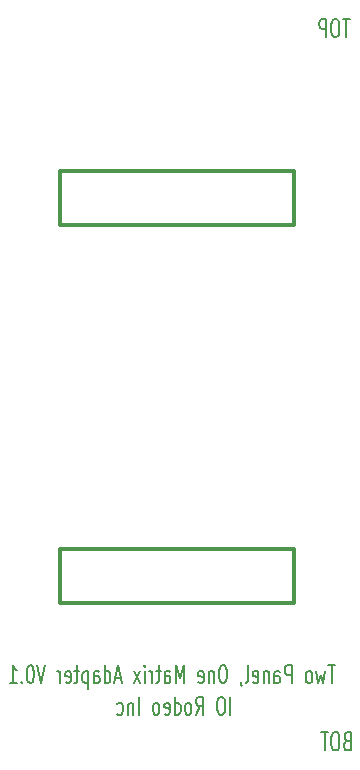
<source format=gbo>
G04 (created by PCBNEW-RS274X (2011-aug-04)-testing) date Wed 17 Apr 2013 04:19:54 PM PDT*
G01*
G70*
G90*
%MOIN*%
G04 Gerber Fmt 3.4, Leading zero omitted, Abs format*
%FSLAX34Y34*%
G04 APERTURE LIST*
%ADD10C,0.006000*%
%ADD11C,0.008000*%
%ADD12C,0.012000*%
G04 APERTURE END LIST*
G54D10*
G54D11*
X28086Y-43513D02*
X28086Y-42913D01*
X27820Y-42913D02*
X27743Y-42913D01*
X27705Y-42941D01*
X27667Y-42999D01*
X27648Y-43113D01*
X27648Y-43313D01*
X27667Y-43427D01*
X27705Y-43484D01*
X27743Y-43513D01*
X27820Y-43513D01*
X27858Y-43484D01*
X27896Y-43427D01*
X27915Y-43313D01*
X27915Y-43113D01*
X27896Y-42999D01*
X27858Y-42941D01*
X27820Y-42913D01*
X26943Y-43513D02*
X27077Y-43227D01*
X27172Y-43513D02*
X27172Y-42913D01*
X27019Y-42913D01*
X26981Y-42941D01*
X26962Y-42970D01*
X26943Y-43027D01*
X26943Y-43113D01*
X26962Y-43170D01*
X26981Y-43199D01*
X27019Y-43227D01*
X27172Y-43227D01*
X26715Y-43513D02*
X26753Y-43484D01*
X26772Y-43456D01*
X26791Y-43399D01*
X26791Y-43227D01*
X26772Y-43170D01*
X26753Y-43141D01*
X26715Y-43113D01*
X26657Y-43113D01*
X26619Y-43141D01*
X26600Y-43170D01*
X26581Y-43227D01*
X26581Y-43399D01*
X26600Y-43456D01*
X26619Y-43484D01*
X26657Y-43513D01*
X26715Y-43513D01*
X26238Y-43513D02*
X26238Y-42913D01*
X26238Y-43484D02*
X26276Y-43513D01*
X26353Y-43513D01*
X26391Y-43484D01*
X26410Y-43456D01*
X26429Y-43399D01*
X26429Y-43227D01*
X26410Y-43170D01*
X26391Y-43141D01*
X26353Y-43113D01*
X26276Y-43113D01*
X26238Y-43141D01*
X25895Y-43484D02*
X25933Y-43513D01*
X26010Y-43513D01*
X26048Y-43484D01*
X26067Y-43427D01*
X26067Y-43199D01*
X26048Y-43141D01*
X26010Y-43113D01*
X25933Y-43113D01*
X25895Y-43141D01*
X25876Y-43199D01*
X25876Y-43256D01*
X26067Y-43313D01*
X25648Y-43513D02*
X25686Y-43484D01*
X25705Y-43456D01*
X25724Y-43399D01*
X25724Y-43227D01*
X25705Y-43170D01*
X25686Y-43141D01*
X25648Y-43113D01*
X25590Y-43113D01*
X25552Y-43141D01*
X25533Y-43170D01*
X25514Y-43227D01*
X25514Y-43399D01*
X25533Y-43456D01*
X25552Y-43484D01*
X25590Y-43513D01*
X25648Y-43513D01*
X25038Y-43513D02*
X25038Y-42913D01*
X24848Y-43113D02*
X24848Y-43513D01*
X24848Y-43170D02*
X24829Y-43141D01*
X24791Y-43113D01*
X24733Y-43113D01*
X24695Y-43141D01*
X24676Y-43199D01*
X24676Y-43513D01*
X24314Y-43484D02*
X24352Y-43513D01*
X24429Y-43513D01*
X24467Y-43484D01*
X24486Y-43456D01*
X24505Y-43399D01*
X24505Y-43227D01*
X24486Y-43170D01*
X24467Y-43141D01*
X24429Y-43113D01*
X24352Y-43113D01*
X24314Y-43141D01*
X31580Y-41863D02*
X31351Y-41863D01*
X31466Y-42463D02*
X31466Y-41863D01*
X31256Y-42063D02*
X31180Y-42463D01*
X31103Y-42177D01*
X31027Y-42463D01*
X30951Y-42063D01*
X30742Y-42463D02*
X30780Y-42434D01*
X30799Y-42406D01*
X30818Y-42349D01*
X30818Y-42177D01*
X30799Y-42120D01*
X30780Y-42091D01*
X30742Y-42063D01*
X30684Y-42063D01*
X30646Y-42091D01*
X30627Y-42120D01*
X30608Y-42177D01*
X30608Y-42349D01*
X30627Y-42406D01*
X30646Y-42434D01*
X30684Y-42463D01*
X30742Y-42463D01*
X30132Y-42463D02*
X30132Y-41863D01*
X29979Y-41863D01*
X29941Y-41891D01*
X29922Y-41920D01*
X29903Y-41977D01*
X29903Y-42063D01*
X29922Y-42120D01*
X29941Y-42149D01*
X29979Y-42177D01*
X30132Y-42177D01*
X29560Y-42463D02*
X29560Y-42149D01*
X29579Y-42091D01*
X29617Y-42063D01*
X29694Y-42063D01*
X29732Y-42091D01*
X29560Y-42434D02*
X29598Y-42463D01*
X29694Y-42463D01*
X29732Y-42434D01*
X29751Y-42377D01*
X29751Y-42320D01*
X29732Y-42263D01*
X29694Y-42234D01*
X29598Y-42234D01*
X29560Y-42206D01*
X29370Y-42063D02*
X29370Y-42463D01*
X29370Y-42120D02*
X29351Y-42091D01*
X29313Y-42063D01*
X29255Y-42063D01*
X29217Y-42091D01*
X29198Y-42149D01*
X29198Y-42463D01*
X28855Y-42434D02*
X28893Y-42463D01*
X28970Y-42463D01*
X29008Y-42434D01*
X29027Y-42377D01*
X29027Y-42149D01*
X29008Y-42091D01*
X28970Y-42063D01*
X28893Y-42063D01*
X28855Y-42091D01*
X28836Y-42149D01*
X28836Y-42206D01*
X29027Y-42263D01*
X28608Y-42463D02*
X28646Y-42434D01*
X28665Y-42377D01*
X28665Y-41863D01*
X28436Y-42434D02*
X28436Y-42463D01*
X28455Y-42520D01*
X28474Y-42549D01*
X27884Y-41863D02*
X27807Y-41863D01*
X27769Y-41891D01*
X27731Y-41949D01*
X27712Y-42063D01*
X27712Y-42263D01*
X27731Y-42377D01*
X27769Y-42434D01*
X27807Y-42463D01*
X27884Y-42463D01*
X27922Y-42434D01*
X27960Y-42377D01*
X27979Y-42263D01*
X27979Y-42063D01*
X27960Y-41949D01*
X27922Y-41891D01*
X27884Y-41863D01*
X27541Y-42063D02*
X27541Y-42463D01*
X27541Y-42120D02*
X27522Y-42091D01*
X27484Y-42063D01*
X27426Y-42063D01*
X27388Y-42091D01*
X27369Y-42149D01*
X27369Y-42463D01*
X27026Y-42434D02*
X27064Y-42463D01*
X27141Y-42463D01*
X27179Y-42434D01*
X27198Y-42377D01*
X27198Y-42149D01*
X27179Y-42091D01*
X27141Y-42063D01*
X27064Y-42063D01*
X27026Y-42091D01*
X27007Y-42149D01*
X27007Y-42206D01*
X27198Y-42263D01*
X26531Y-42463D02*
X26531Y-41863D01*
X26397Y-42291D01*
X26264Y-41863D01*
X26264Y-42463D01*
X25902Y-42463D02*
X25902Y-42149D01*
X25921Y-42091D01*
X25959Y-42063D01*
X26036Y-42063D01*
X26074Y-42091D01*
X25902Y-42434D02*
X25940Y-42463D01*
X26036Y-42463D01*
X26074Y-42434D01*
X26093Y-42377D01*
X26093Y-42320D01*
X26074Y-42263D01*
X26036Y-42234D01*
X25940Y-42234D01*
X25902Y-42206D01*
X25769Y-42063D02*
X25617Y-42063D01*
X25712Y-41863D02*
X25712Y-42377D01*
X25693Y-42434D01*
X25655Y-42463D01*
X25617Y-42463D01*
X25483Y-42463D02*
X25483Y-42063D01*
X25483Y-42177D02*
X25464Y-42120D01*
X25445Y-42091D01*
X25407Y-42063D01*
X25368Y-42063D01*
X25235Y-42463D02*
X25235Y-42063D01*
X25235Y-41863D02*
X25254Y-41891D01*
X25235Y-41920D01*
X25216Y-41891D01*
X25235Y-41863D01*
X25235Y-41920D01*
X25083Y-42463D02*
X24873Y-42063D01*
X25083Y-42063D02*
X24873Y-42463D01*
X24435Y-42291D02*
X24244Y-42291D01*
X24473Y-42463D02*
X24340Y-41863D01*
X24206Y-42463D01*
X23901Y-42463D02*
X23901Y-41863D01*
X23901Y-42434D02*
X23939Y-42463D01*
X24016Y-42463D01*
X24054Y-42434D01*
X24073Y-42406D01*
X24092Y-42349D01*
X24092Y-42177D01*
X24073Y-42120D01*
X24054Y-42091D01*
X24016Y-42063D01*
X23939Y-42063D01*
X23901Y-42091D01*
X23539Y-42463D02*
X23539Y-42149D01*
X23558Y-42091D01*
X23596Y-42063D01*
X23673Y-42063D01*
X23711Y-42091D01*
X23539Y-42434D02*
X23577Y-42463D01*
X23673Y-42463D01*
X23711Y-42434D01*
X23730Y-42377D01*
X23730Y-42320D01*
X23711Y-42263D01*
X23673Y-42234D01*
X23577Y-42234D01*
X23539Y-42206D01*
X23349Y-42063D02*
X23349Y-42663D01*
X23349Y-42091D02*
X23311Y-42063D01*
X23234Y-42063D01*
X23196Y-42091D01*
X23177Y-42120D01*
X23158Y-42177D01*
X23158Y-42349D01*
X23177Y-42406D01*
X23196Y-42434D01*
X23234Y-42463D01*
X23311Y-42463D01*
X23349Y-42434D01*
X23044Y-42063D02*
X22892Y-42063D01*
X22987Y-41863D02*
X22987Y-42377D01*
X22968Y-42434D01*
X22930Y-42463D01*
X22892Y-42463D01*
X22605Y-42434D02*
X22643Y-42463D01*
X22720Y-42463D01*
X22758Y-42434D01*
X22777Y-42377D01*
X22777Y-42149D01*
X22758Y-42091D01*
X22720Y-42063D01*
X22643Y-42063D01*
X22605Y-42091D01*
X22586Y-42149D01*
X22586Y-42206D01*
X22777Y-42263D01*
X22415Y-42463D02*
X22415Y-42063D01*
X22415Y-42177D02*
X22396Y-42120D01*
X22377Y-42091D01*
X22339Y-42063D01*
X22300Y-42063D01*
X21919Y-41863D02*
X21786Y-42463D01*
X21652Y-41863D01*
X21443Y-41863D02*
X21404Y-41863D01*
X21366Y-41891D01*
X21347Y-41920D01*
X21328Y-41977D01*
X21309Y-42091D01*
X21309Y-42234D01*
X21328Y-42349D01*
X21347Y-42406D01*
X21366Y-42434D01*
X21404Y-42463D01*
X21443Y-42463D01*
X21481Y-42434D01*
X21500Y-42406D01*
X21519Y-42349D01*
X21538Y-42234D01*
X21538Y-42091D01*
X21519Y-41977D01*
X21500Y-41920D01*
X21481Y-41891D01*
X21443Y-41863D01*
X21138Y-42406D02*
X21119Y-42434D01*
X21138Y-42463D01*
X21157Y-42434D01*
X21138Y-42406D01*
X21138Y-42463D01*
X20738Y-42463D02*
X20967Y-42463D01*
X20853Y-42463D02*
X20853Y-41863D01*
X20891Y-41949D01*
X20929Y-42006D01*
X20967Y-42034D01*
X31973Y-44389D02*
X31916Y-44417D01*
X31897Y-44446D01*
X31878Y-44503D01*
X31878Y-44589D01*
X31897Y-44646D01*
X31916Y-44674D01*
X31954Y-44703D01*
X32107Y-44703D01*
X32107Y-44103D01*
X31973Y-44103D01*
X31935Y-44131D01*
X31916Y-44160D01*
X31897Y-44217D01*
X31897Y-44274D01*
X31916Y-44331D01*
X31935Y-44360D01*
X31973Y-44389D01*
X32107Y-44389D01*
X31631Y-44103D02*
X31554Y-44103D01*
X31516Y-44131D01*
X31478Y-44189D01*
X31459Y-44303D01*
X31459Y-44503D01*
X31478Y-44617D01*
X31516Y-44674D01*
X31554Y-44703D01*
X31631Y-44703D01*
X31669Y-44674D01*
X31707Y-44617D01*
X31726Y-44503D01*
X31726Y-44303D01*
X31707Y-44189D01*
X31669Y-44131D01*
X31631Y-44103D01*
X31345Y-44103D02*
X31116Y-44103D01*
X31231Y-44703D02*
X31231Y-44103D01*
X32064Y-20333D02*
X31835Y-20333D01*
X31950Y-20933D02*
X31950Y-20333D01*
X31626Y-20333D02*
X31549Y-20333D01*
X31511Y-20361D01*
X31473Y-20419D01*
X31454Y-20533D01*
X31454Y-20733D01*
X31473Y-20847D01*
X31511Y-20904D01*
X31549Y-20933D01*
X31626Y-20933D01*
X31664Y-20904D01*
X31702Y-20847D01*
X31721Y-20733D01*
X31721Y-20533D01*
X31702Y-20419D01*
X31664Y-20361D01*
X31626Y-20333D01*
X31283Y-20933D02*
X31283Y-20333D01*
X31130Y-20333D01*
X31092Y-20361D01*
X31073Y-20390D01*
X31054Y-20447D01*
X31054Y-20533D01*
X31073Y-20590D01*
X31092Y-20619D01*
X31130Y-20647D01*
X31283Y-20647D01*
G54D12*
X22399Y-39798D02*
X22399Y-37998D01*
X22399Y-37998D02*
X30199Y-37998D01*
X30199Y-37998D02*
X30199Y-39798D01*
X30199Y-39798D02*
X22399Y-39798D01*
X22399Y-27199D02*
X22399Y-25399D01*
X22399Y-25399D02*
X30199Y-25399D01*
X30199Y-25399D02*
X30199Y-27199D01*
X30199Y-27199D02*
X22399Y-27199D01*
M02*

</source>
